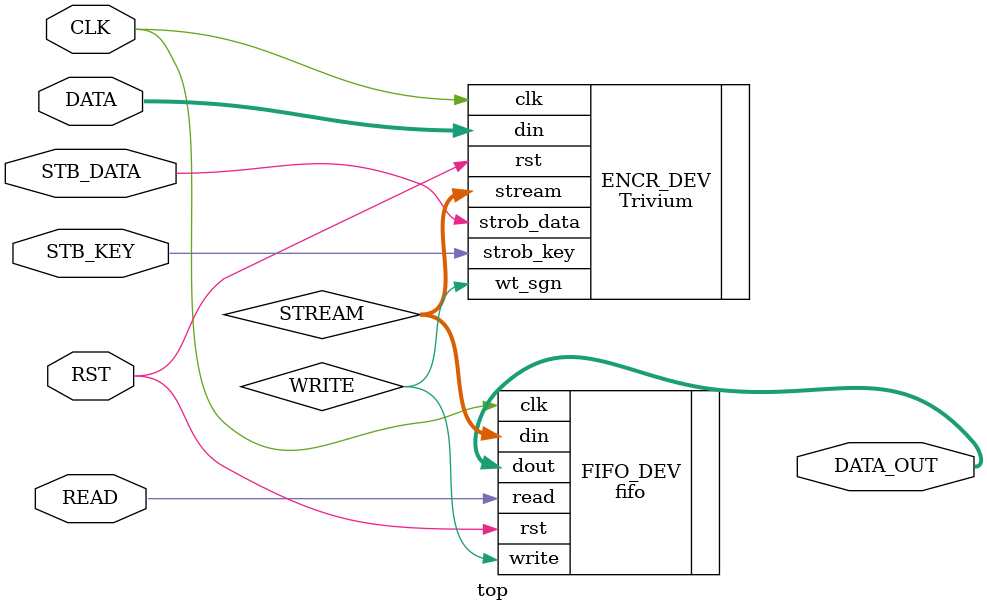
<source format=sv>
module top
(	input logic CLK,
	input logic RST,
	input logic [7:0] DATA,
	input logic READ,
	input logic STB_DATA,
	input logic STB_KEY,
	
	output logic [7:0] DATA_OUT);
	
	wire [7:0] STREAM;
	wire WRITE;
Trivium ENCR_DEV
(	.clk(CLK),
	.rst(RST),
	.din(DATA),
	.strob_data(STB_DATA),
	.strob_key(STB_KEY),
	
	.stream(STREAM),
	.wt_sgn(WRITE));
fifo FIFO_DEV
(	.clk(CLK),
	.rst(RST),
	.din(STREAM),
	.read(READ),
	.write(WRITE),
	
	.dout(DATA_OUT));
endmodule
</source>
